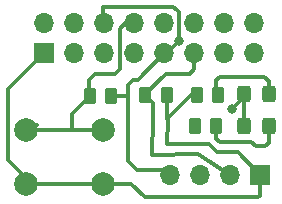
<source format=gbr>
%TF.GenerationSoftware,KiCad,Pcbnew,6.0.6*%
%TF.CreationDate,2022-09-07T18:25:09+01:00*%
%TF.ProjectId,Raspberry PI HAT,52617370-6265-4727-9279-205049204841,rev?*%
%TF.SameCoordinates,Original*%
%TF.FileFunction,Copper,L1,Top*%
%TF.FilePolarity,Positive*%
%FSLAX46Y46*%
G04 Gerber Fmt 4.6, Leading zero omitted, Abs format (unit mm)*
G04 Created by KiCad (PCBNEW 6.0.6) date 2022-09-07 18:25:09*
%MOMM*%
%LPD*%
G01*
G04 APERTURE LIST*
G04 Aperture macros list*
%AMRoundRect*
0 Rectangle with rounded corners*
0 $1 Rounding radius*
0 $2 $3 $4 $5 $6 $7 $8 $9 X,Y pos of 4 corners*
0 Add a 4 corners polygon primitive as box body*
4,1,4,$2,$3,$4,$5,$6,$7,$8,$9,$2,$3,0*
0 Add four circle primitives for the rounded corners*
1,1,$1+$1,$2,$3*
1,1,$1+$1,$4,$5*
1,1,$1+$1,$6,$7*
1,1,$1+$1,$8,$9*
0 Add four rect primitives between the rounded corners*
20,1,$1+$1,$2,$3,$4,$5,0*
20,1,$1+$1,$4,$5,$6,$7,0*
20,1,$1+$1,$6,$7,$8,$9,0*
20,1,$1+$1,$8,$9,$2,$3,0*%
G04 Aperture macros list end*
%TA.AperFunction,ComponentPad*%
%ADD10R,1.700000X1.700000*%
%TD*%
%TA.AperFunction,ComponentPad*%
%ADD11O,1.700000X1.700000*%
%TD*%
%TA.AperFunction,SMDPad,CuDef*%
%ADD12RoundRect,0.250000X-0.262500X-0.450000X0.262500X-0.450000X0.262500X0.450000X-0.262500X0.450000X0*%
%TD*%
%TA.AperFunction,SMDPad,CuDef*%
%ADD13RoundRect,0.250000X-0.325000X-0.450000X0.325000X-0.450000X0.325000X0.450000X-0.325000X0.450000X0*%
%TD*%
%TA.AperFunction,ComponentPad*%
%ADD14C,2.000000*%
%TD*%
%TA.AperFunction,SMDPad,CuDef*%
%ADD15RoundRect,0.250000X0.262500X0.450000X-0.262500X0.450000X-0.262500X-0.450000X0.262500X-0.450000X0*%
%TD*%
%TA.AperFunction,ViaPad*%
%ADD16C,0.800000*%
%TD*%
%TA.AperFunction,Conductor*%
%ADD17C,0.300000*%
%TD*%
G04 APERTURE END LIST*
D10*
%TO.P,U1,1,VCC*%
%TO.N,/3.3v*%
X112064800Y-79451200D03*
D11*
%TO.P,U1,2,IO*%
%TO.N,Net-(J1-Pad11)*%
X109524800Y-79451200D03*
%TO.P,U1,3,NC*%
%TO.N,unconnected-(U1-Pad3)*%
X106984800Y-79451200D03*
%TO.P,U1,4,GND*%
%TO.N,/GND*%
X104444800Y-79451200D03*
%TD*%
D12*
%TO.P,R3,1*%
%TO.N,Net-(J1-Pad7)*%
X106531400Y-75336400D03*
%TO.P,R3,2*%
%TO.N,Net-(D1-Pad2)*%
X108356400Y-75336400D03*
%TD*%
D13*
%TO.P,D1,1,K*%
%TO.N,/GND*%
X110744000Y-75336400D03*
%TO.P,D1,2,A*%
%TO.N,Net-(D1-Pad2)*%
X112794000Y-75336400D03*
%TD*%
D10*
%TO.P,J1,1,3V3*%
%TO.N,/3.3v*%
X93820000Y-69189600D03*
D11*
%TO.P,J1,2,5V*%
%TO.N,unconnected-(J1-Pad2)*%
X93820000Y-66649600D03*
%TO.P,J1,3,SDA/GPIO2*%
%TO.N,unconnected-(J1-Pad3)*%
X96360000Y-69189600D03*
%TO.P,J1,4,5V*%
%TO.N,unconnected-(J1-Pad4)*%
X96360000Y-66649600D03*
%TO.P,J1,5,SCL/GPIO3*%
%TO.N,unconnected-(J1-Pad5)*%
X98900000Y-69189600D03*
%TO.P,J1,6,GND*%
%TO.N,/GND*%
X98900000Y-66649600D03*
%TO.P,J1,7,GCLK0/GPIO4*%
%TO.N,Net-(J1-Pad7)*%
X101440000Y-69189600D03*
%TO.P,J1,8,GPIO14/TXD*%
%TO.N,/button input*%
X101440000Y-66649600D03*
%TO.P,J1,9,GND*%
%TO.N,/GND*%
X103980000Y-69189600D03*
%TO.P,J1,10,GPIO15/RXD*%
%TO.N,unconnected-(J1-Pad10)*%
X103980000Y-66649600D03*
%TO.P,J1,11,GPIO17*%
%TO.N,Net-(J1-Pad11)*%
X106520000Y-69189600D03*
%TO.P,J1,12,GPIO18/PWM0*%
%TO.N,unconnected-(J1-Pad12)*%
X106520000Y-66649600D03*
%TO.P,J1,13,GPIO27*%
%TO.N,unconnected-(J1-Pad13)*%
X109060000Y-69189600D03*
%TO.P,J1,14,GND*%
%TO.N,unconnected-(J1-Pad14)*%
X109060000Y-66649600D03*
%TO.P,J1,15,GPIO22*%
%TO.N,unconnected-(J1-Pad15)*%
X111600000Y-69189600D03*
%TO.P,J1,16,GPIO23*%
%TO.N,unconnected-(J1-Pad16)*%
X111600000Y-66649600D03*
%TD*%
D14*
%TO.P,SW1,1,1*%
%TO.N,/3.3v*%
X92255200Y-80213200D03*
X98755200Y-80213200D03*
%TO.P,SW1,2,2*%
%TO.N,/button input*%
X98755200Y-75713200D03*
X92255200Y-75713200D03*
%TD*%
D15*
%TO.P,R2,1*%
%TO.N,/3.3v*%
X104188900Y-72745600D03*
%TO.P,R2,2*%
%TO.N,Net-(J1-Pad11)*%
X102363900Y-72745600D03*
%TD*%
D12*
%TO.P,R4,1*%
%TO.N,/3.3v*%
X106732700Y-72694800D03*
%TO.P,R4,2*%
%TO.N,Net-(D2-Pad2)*%
X108557700Y-72694800D03*
%TD*%
D13*
%TO.P,D2,1,K*%
%TO.N,/GND*%
X110744000Y-72644000D03*
%TO.P,D2,2,A*%
%TO.N,Net-(D2-Pad2)*%
X112794000Y-72644000D03*
%TD*%
D12*
%TO.P,R1,1*%
%TO.N,/button input*%
X97639500Y-72796400D03*
%TO.P,R1,2*%
%TO.N,/GND*%
X99464500Y-72796400D03*
%TD*%
D16*
%TO.N,/GND*%
X105206800Y-68173600D03*
X109728000Y-73863200D03*
%TD*%
D17*
%TO.N,/GND*%
X104190800Y-69189600D02*
X105206800Y-68173600D01*
X103980000Y-69189600D02*
X104190800Y-69189600D01*
X101744800Y-71424800D02*
X101295200Y-71424800D01*
X103980000Y-69189600D02*
X101744800Y-71424800D01*
X100888800Y-71831200D02*
X100888800Y-72796400D01*
X105206800Y-68173600D02*
X105206800Y-65684400D01*
X100888800Y-78333600D02*
X101650800Y-79095600D01*
X104749600Y-65227200D02*
X98755200Y-65227200D01*
X100888800Y-72796400D02*
X99464500Y-72796400D01*
X101295200Y-71424800D02*
X100888800Y-71831200D01*
X110744000Y-75336400D02*
X110744000Y-72644000D01*
X105054400Y-65532000D02*
X104749600Y-65227200D01*
X110744000Y-72847200D02*
X109728000Y-73863200D01*
X105206800Y-65684400D02*
X105054400Y-65532000D01*
X98755200Y-65227200D02*
X98755200Y-66504800D01*
X98755200Y-66504800D02*
X98900000Y-66649600D01*
X110744000Y-72644000D02*
X110744000Y-72847200D01*
X104089200Y-79095600D02*
X101650800Y-79095600D01*
X104444800Y-79451200D02*
X104089200Y-79095600D01*
X100888800Y-72796400D02*
X100888800Y-78333600D01*
%TO.N,/3.3v*%
X90779600Y-78232000D02*
X90779600Y-72230000D01*
X104292400Y-74676000D02*
X106324400Y-72644000D01*
X108458000Y-77571600D02*
X107746800Y-76860400D01*
X106324400Y-72644000D02*
X106531400Y-72644000D01*
X92255200Y-80213200D02*
X92255200Y-79707600D01*
X104288771Y-74832029D02*
X104292400Y-74676000D01*
X92255200Y-80213200D02*
X98755200Y-80213200D01*
X98755200Y-80213200D02*
X101142800Y-80213200D01*
X101142800Y-80213200D02*
X102311200Y-81381600D01*
X112064800Y-81229200D02*
X112064800Y-79451200D01*
X104188900Y-72745600D02*
X104188900Y-74732158D01*
X92255200Y-79707600D02*
X90779600Y-78232000D01*
X112064800Y-79451200D02*
X110185200Y-77571600D01*
X111912400Y-81381600D02*
X112064800Y-81229200D01*
X104241600Y-76860400D02*
X104288771Y-74832029D01*
X107746800Y-76860400D02*
X104241600Y-76860400D01*
X110185200Y-77571600D02*
X108458000Y-77571600D01*
X90779600Y-72230000D02*
X93820000Y-69189600D01*
X102311200Y-81381600D02*
X111912400Y-81381600D01*
X104188900Y-74732158D02*
X104288771Y-74832029D01*
%TO.N,Net-(J1-Pad11)*%
X109524800Y-79451200D02*
X106832400Y-77724000D01*
X106832400Y-77724000D02*
X102971600Y-77774800D01*
X104089200Y-70916800D02*
X106121200Y-70916800D01*
X106520000Y-70518000D02*
X106520000Y-69189600D01*
X102363900Y-72745600D02*
X102174000Y-72745600D01*
X102971600Y-77774800D02*
X103016929Y-74873729D01*
X102363900Y-72745600D02*
X102363900Y-72642100D01*
X103016929Y-73398629D02*
X102363900Y-72745600D01*
X109728000Y-79451200D02*
X109931200Y-79248000D01*
X103016929Y-74873729D02*
X103016929Y-73398629D01*
X109524800Y-79451200D02*
X109728000Y-79451200D01*
X106121200Y-70916800D02*
X106520000Y-70518000D01*
X103016929Y-74873729D02*
X103022400Y-74523600D01*
X102363900Y-72642100D02*
X104089200Y-70916800D01*
%TO.N,Net-(D1-Pad2)*%
X111709200Y-77063600D02*
X111353600Y-76708000D01*
X112794000Y-75336400D02*
X112794000Y-76740800D01*
X108661200Y-76708000D02*
X108356400Y-76403200D01*
X112794000Y-76740800D02*
X112471200Y-77063600D01*
X108356400Y-76403200D02*
X108356400Y-75336400D01*
X112471200Y-77063600D02*
X111709200Y-77063600D01*
X111353600Y-76708000D02*
X108661200Y-76708000D01*
%TO.N,Net-(D2-Pad2)*%
X112794000Y-72644000D02*
X112794000Y-71544400D01*
X108356400Y-71475600D02*
X108356400Y-72644000D01*
X112420400Y-71170800D02*
X108661200Y-71170800D01*
X108661200Y-71170800D02*
X108356400Y-71475600D01*
X112794000Y-71544400D02*
X112420400Y-71170800D01*
%TO.N,/button input*%
X100228400Y-67106800D02*
X100685600Y-66649600D01*
X98094800Y-70967600D02*
X99771200Y-70967600D01*
X100685600Y-66649600D02*
X101440000Y-66649600D01*
X99771200Y-70967600D02*
X100228400Y-70510400D01*
X97637600Y-72794500D02*
X97637600Y-71424800D01*
X97637600Y-71424800D02*
X98094800Y-70967600D01*
X93168400Y-75251200D02*
X93152000Y-75234800D01*
X97639500Y-72796400D02*
X97637600Y-72794500D01*
X92255200Y-75713200D02*
X96134800Y-75713200D01*
X96134800Y-75713200D02*
X98755200Y-75713200D01*
X96134800Y-75713200D02*
X96134800Y-74301100D01*
X96134800Y-74301100D02*
X97639500Y-72796400D01*
X100228400Y-70510400D02*
X100228400Y-67106800D01*
%TD*%
M02*

</source>
